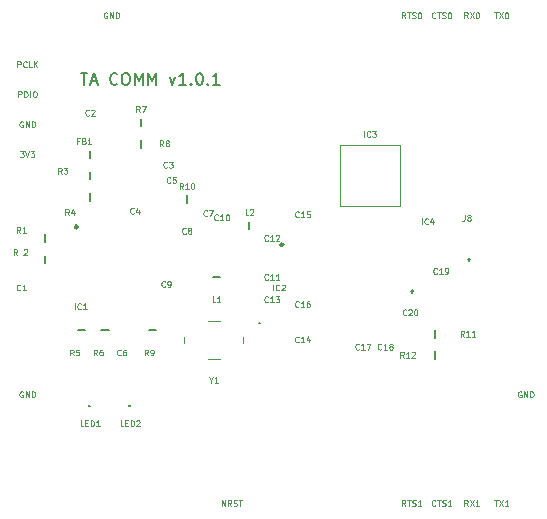
<source format=gto>
G04 #@! TF.GenerationSoftware,KiCad,Pcbnew,5.1.6-c6e7f7d~87~ubuntu18.04.1*
G04 #@! TF.CreationDate,2020-08-27T11:27:32-04:00*
G04 #@! TF.ProjectId,ta-comm,74612d63-6f6d-46d2-9e6b-696361645f70,rev?*
G04 #@! TF.SameCoordinates,Original*
G04 #@! TF.FileFunction,Legend,Top*
G04 #@! TF.FilePolarity,Positive*
%FSLAX46Y46*%
G04 Gerber Fmt 4.6, Leading zero omitted, Abs format (unit mm)*
G04 Created by KiCad (PCBNEW 5.1.6-c6e7f7d~87~ubuntu18.04.1) date 2020-08-27 11:27:32*
%MOMM*%
%LPD*%
G01*
G04 APERTURE LIST*
%ADD10C,0.200000*%
%ADD11C,0.100000*%
%ADD12C,0.250000*%
G04 APERTURE END LIST*
D10*
X138421428Y-92212380D02*
X138992857Y-92212380D01*
X138707142Y-93212380D02*
X138707142Y-92212380D01*
X139278571Y-92926666D02*
X139754761Y-92926666D01*
X139183333Y-93212380D02*
X139516666Y-92212380D01*
X139850000Y-93212380D01*
X141516666Y-93117142D02*
X141469047Y-93164761D01*
X141326190Y-93212380D01*
X141230952Y-93212380D01*
X141088095Y-93164761D01*
X140992857Y-93069523D01*
X140945238Y-92974285D01*
X140897619Y-92783809D01*
X140897619Y-92640952D01*
X140945238Y-92450476D01*
X140992857Y-92355238D01*
X141088095Y-92260000D01*
X141230952Y-92212380D01*
X141326190Y-92212380D01*
X141469047Y-92260000D01*
X141516666Y-92307619D01*
X142135714Y-92212380D02*
X142326190Y-92212380D01*
X142421428Y-92260000D01*
X142516666Y-92355238D01*
X142564285Y-92545714D01*
X142564285Y-92879047D01*
X142516666Y-93069523D01*
X142421428Y-93164761D01*
X142326190Y-93212380D01*
X142135714Y-93212380D01*
X142040476Y-93164761D01*
X141945238Y-93069523D01*
X141897619Y-92879047D01*
X141897619Y-92545714D01*
X141945238Y-92355238D01*
X142040476Y-92260000D01*
X142135714Y-92212380D01*
X142992857Y-93212380D02*
X142992857Y-92212380D01*
X143326190Y-92926666D01*
X143659523Y-92212380D01*
X143659523Y-93212380D01*
X144135714Y-93212380D02*
X144135714Y-92212380D01*
X144469047Y-92926666D01*
X144802380Y-92212380D01*
X144802380Y-93212380D01*
X145945238Y-92545714D02*
X146183333Y-93212380D01*
X146421428Y-92545714D01*
X147326190Y-93212380D02*
X146754761Y-93212380D01*
X147040476Y-93212380D02*
X147040476Y-92212380D01*
X146945238Y-92355238D01*
X146850000Y-92450476D01*
X146754761Y-92498095D01*
X147754761Y-93117142D02*
X147802380Y-93164761D01*
X147754761Y-93212380D01*
X147707142Y-93164761D01*
X147754761Y-93117142D01*
X147754761Y-93212380D01*
X148421428Y-92212380D02*
X148516666Y-92212380D01*
X148611904Y-92260000D01*
X148659523Y-92307619D01*
X148707142Y-92402857D01*
X148754761Y-92593333D01*
X148754761Y-92831428D01*
X148707142Y-93021904D01*
X148659523Y-93117142D01*
X148611904Y-93164761D01*
X148516666Y-93212380D01*
X148421428Y-93212380D01*
X148326190Y-93164761D01*
X148278571Y-93117142D01*
X148230952Y-93021904D01*
X148183333Y-92831428D01*
X148183333Y-92593333D01*
X148230952Y-92402857D01*
X148278571Y-92307619D01*
X148326190Y-92260000D01*
X148421428Y-92212380D01*
X149183333Y-93117142D02*
X149230952Y-93164761D01*
X149183333Y-93212380D01*
X149135714Y-93164761D01*
X149183333Y-93117142D01*
X149183333Y-93212380D01*
X150183333Y-93212380D02*
X149611904Y-93212380D01*
X149897619Y-93212380D02*
X149897619Y-92212380D01*
X149802380Y-92355238D01*
X149707142Y-92450476D01*
X149611904Y-92498095D01*
D11*
X175719047Y-119180000D02*
X175671428Y-119156190D01*
X175600000Y-119156190D01*
X175528571Y-119180000D01*
X175480952Y-119227619D01*
X175457142Y-119275238D01*
X175433333Y-119370476D01*
X175433333Y-119441904D01*
X175457142Y-119537142D01*
X175480952Y-119584761D01*
X175528571Y-119632380D01*
X175600000Y-119656190D01*
X175647619Y-119656190D01*
X175719047Y-119632380D01*
X175742857Y-119608571D01*
X175742857Y-119441904D01*
X175647619Y-119441904D01*
X175957142Y-119656190D02*
X175957142Y-119156190D01*
X176242857Y-119656190D01*
X176242857Y-119156190D01*
X176480952Y-119656190D02*
X176480952Y-119156190D01*
X176600000Y-119156190D01*
X176671428Y-119180000D01*
X176719047Y-119227619D01*
X176742857Y-119275238D01*
X176766666Y-119370476D01*
X176766666Y-119441904D01*
X176742857Y-119537142D01*
X176719047Y-119584761D01*
X176671428Y-119632380D01*
X176600000Y-119656190D01*
X176480952Y-119656190D01*
X133519047Y-119180000D02*
X133471428Y-119156190D01*
X133400000Y-119156190D01*
X133328571Y-119180000D01*
X133280952Y-119227619D01*
X133257142Y-119275238D01*
X133233333Y-119370476D01*
X133233333Y-119441904D01*
X133257142Y-119537142D01*
X133280952Y-119584761D01*
X133328571Y-119632380D01*
X133400000Y-119656190D01*
X133447619Y-119656190D01*
X133519047Y-119632380D01*
X133542857Y-119608571D01*
X133542857Y-119441904D01*
X133447619Y-119441904D01*
X133757142Y-119656190D02*
X133757142Y-119156190D01*
X134042857Y-119656190D01*
X134042857Y-119156190D01*
X134280952Y-119656190D02*
X134280952Y-119156190D01*
X134400000Y-119156190D01*
X134471428Y-119180000D01*
X134519047Y-119227619D01*
X134542857Y-119275238D01*
X134566666Y-119370476D01*
X134566666Y-119441904D01*
X134542857Y-119537142D01*
X134519047Y-119584761D01*
X134471428Y-119632380D01*
X134400000Y-119656190D01*
X134280952Y-119656190D01*
X170933333Y-104226190D02*
X170933333Y-104583333D01*
X170909523Y-104654761D01*
X170861904Y-104702380D01*
X170790476Y-104726190D01*
X170742857Y-104726190D01*
X171242857Y-104440476D02*
X171195238Y-104416666D01*
X171171428Y-104392857D01*
X171147619Y-104345238D01*
X171147619Y-104321428D01*
X171171428Y-104273809D01*
X171195238Y-104250000D01*
X171242857Y-104226190D01*
X171338095Y-104226190D01*
X171385714Y-104250000D01*
X171409523Y-104273809D01*
X171433333Y-104321428D01*
X171433333Y-104345238D01*
X171409523Y-104392857D01*
X171385714Y-104416666D01*
X171338095Y-104440476D01*
X171242857Y-104440476D01*
X171195238Y-104464285D01*
X171171428Y-104488095D01*
X171147619Y-104535714D01*
X171147619Y-104630952D01*
X171171428Y-104678571D01*
X171195238Y-104702380D01*
X171242857Y-104726190D01*
X171338095Y-104726190D01*
X171385714Y-104702380D01*
X171409523Y-104678571D01*
X171433333Y-104630952D01*
X171433333Y-104535714D01*
X171409523Y-104488095D01*
X171385714Y-104464285D01*
X171338095Y-104440476D01*
X168578571Y-109178571D02*
X168554761Y-109202380D01*
X168483333Y-109226190D01*
X168435714Y-109226190D01*
X168364285Y-109202380D01*
X168316666Y-109154761D01*
X168292857Y-109107142D01*
X168269047Y-109011904D01*
X168269047Y-108940476D01*
X168292857Y-108845238D01*
X168316666Y-108797619D01*
X168364285Y-108750000D01*
X168435714Y-108726190D01*
X168483333Y-108726190D01*
X168554761Y-108750000D01*
X168578571Y-108773809D01*
X169054761Y-109226190D02*
X168769047Y-109226190D01*
X168911904Y-109226190D02*
X168911904Y-108726190D01*
X168864285Y-108797619D01*
X168816666Y-108845238D01*
X168769047Y-108869047D01*
X169292857Y-109226190D02*
X169388095Y-109226190D01*
X169435714Y-109202380D01*
X169459523Y-109178571D01*
X169507142Y-109107142D01*
X169530952Y-109011904D01*
X169530952Y-108821428D01*
X169507142Y-108773809D01*
X169483333Y-108750000D01*
X169435714Y-108726190D01*
X169340476Y-108726190D01*
X169292857Y-108750000D01*
X169269047Y-108773809D01*
X169245238Y-108821428D01*
X169245238Y-108940476D01*
X169269047Y-108988095D01*
X169292857Y-109011904D01*
X169340476Y-109035714D01*
X169435714Y-109035714D01*
X169483333Y-109011904D01*
X169507142Y-108988095D01*
X169530952Y-108940476D01*
X165778571Y-116326190D02*
X165611904Y-116088095D01*
X165492857Y-116326190D02*
X165492857Y-115826190D01*
X165683333Y-115826190D01*
X165730952Y-115850000D01*
X165754761Y-115873809D01*
X165778571Y-115921428D01*
X165778571Y-115992857D01*
X165754761Y-116040476D01*
X165730952Y-116064285D01*
X165683333Y-116088095D01*
X165492857Y-116088095D01*
X166254761Y-116326190D02*
X165969047Y-116326190D01*
X166111904Y-116326190D02*
X166111904Y-115826190D01*
X166064285Y-115897619D01*
X166016666Y-115945238D01*
X165969047Y-115969047D01*
X166445238Y-115873809D02*
X166469047Y-115850000D01*
X166516666Y-115826190D01*
X166635714Y-115826190D01*
X166683333Y-115850000D01*
X166707142Y-115873809D01*
X166730952Y-115921428D01*
X166730952Y-115969047D01*
X166707142Y-116040476D01*
X166421428Y-116326190D01*
X166730952Y-116326190D01*
X170878571Y-114526190D02*
X170711904Y-114288095D01*
X170592857Y-114526190D02*
X170592857Y-114026190D01*
X170783333Y-114026190D01*
X170830952Y-114050000D01*
X170854761Y-114073809D01*
X170878571Y-114121428D01*
X170878571Y-114192857D01*
X170854761Y-114240476D01*
X170830952Y-114264285D01*
X170783333Y-114288095D01*
X170592857Y-114288095D01*
X171354761Y-114526190D02*
X171069047Y-114526190D01*
X171211904Y-114526190D02*
X171211904Y-114026190D01*
X171164285Y-114097619D01*
X171116666Y-114145238D01*
X171069047Y-114169047D01*
X171830952Y-114526190D02*
X171545238Y-114526190D01*
X171688095Y-114526190D02*
X171688095Y-114026190D01*
X171640476Y-114097619D01*
X171592857Y-114145238D01*
X171545238Y-114169047D01*
X165978571Y-112678571D02*
X165954761Y-112702380D01*
X165883333Y-112726190D01*
X165835714Y-112726190D01*
X165764285Y-112702380D01*
X165716666Y-112654761D01*
X165692857Y-112607142D01*
X165669047Y-112511904D01*
X165669047Y-112440476D01*
X165692857Y-112345238D01*
X165716666Y-112297619D01*
X165764285Y-112250000D01*
X165835714Y-112226190D01*
X165883333Y-112226190D01*
X165954761Y-112250000D01*
X165978571Y-112273809D01*
X166169047Y-112273809D02*
X166192857Y-112250000D01*
X166240476Y-112226190D01*
X166359523Y-112226190D01*
X166407142Y-112250000D01*
X166430952Y-112273809D01*
X166454761Y-112321428D01*
X166454761Y-112369047D01*
X166430952Y-112440476D01*
X166145238Y-112726190D01*
X166454761Y-112726190D01*
X166764285Y-112226190D02*
X166811904Y-112226190D01*
X166859523Y-112250000D01*
X166883333Y-112273809D01*
X166907142Y-112321428D01*
X166930952Y-112416666D01*
X166930952Y-112535714D01*
X166907142Y-112630952D01*
X166883333Y-112678571D01*
X166859523Y-112702380D01*
X166811904Y-112726190D01*
X166764285Y-112726190D01*
X166716666Y-112702380D01*
X166692857Y-112678571D01*
X166669047Y-112630952D01*
X166645238Y-112535714D01*
X166645238Y-112416666D01*
X166669047Y-112321428D01*
X166692857Y-112273809D01*
X166716666Y-112250000D01*
X166764285Y-112226190D01*
X162411904Y-97626190D02*
X162411904Y-97126190D01*
X162935714Y-97578571D02*
X162911904Y-97602380D01*
X162840476Y-97626190D01*
X162792857Y-97626190D01*
X162721428Y-97602380D01*
X162673809Y-97554761D01*
X162650000Y-97507142D01*
X162626190Y-97411904D01*
X162626190Y-97340476D01*
X162650000Y-97245238D01*
X162673809Y-97197619D01*
X162721428Y-97150000D01*
X162792857Y-97126190D01*
X162840476Y-97126190D01*
X162911904Y-97150000D01*
X162935714Y-97173809D01*
X163102380Y-97126190D02*
X163411904Y-97126190D01*
X163245238Y-97316666D01*
X163316666Y-97316666D01*
X163364285Y-97340476D01*
X163388095Y-97364285D01*
X163411904Y-97411904D01*
X163411904Y-97530952D01*
X163388095Y-97578571D01*
X163364285Y-97602380D01*
X163316666Y-97626190D01*
X163173809Y-97626190D01*
X163126190Y-97602380D01*
X163102380Y-97578571D01*
X167311904Y-105026190D02*
X167311904Y-104526190D01*
X167835714Y-104978571D02*
X167811904Y-105002380D01*
X167740476Y-105026190D01*
X167692857Y-105026190D01*
X167621428Y-105002380D01*
X167573809Y-104954761D01*
X167550000Y-104907142D01*
X167526190Y-104811904D01*
X167526190Y-104740476D01*
X167550000Y-104645238D01*
X167573809Y-104597619D01*
X167621428Y-104550000D01*
X167692857Y-104526190D01*
X167740476Y-104526190D01*
X167811904Y-104550000D01*
X167835714Y-104573809D01*
X168264285Y-104692857D02*
X168264285Y-105026190D01*
X168145238Y-104502380D02*
X168026190Y-104859523D01*
X168335714Y-104859523D01*
X163878571Y-115578571D02*
X163854761Y-115602380D01*
X163783333Y-115626190D01*
X163735714Y-115626190D01*
X163664285Y-115602380D01*
X163616666Y-115554761D01*
X163592857Y-115507142D01*
X163569047Y-115411904D01*
X163569047Y-115340476D01*
X163592857Y-115245238D01*
X163616666Y-115197619D01*
X163664285Y-115150000D01*
X163735714Y-115126190D01*
X163783333Y-115126190D01*
X163854761Y-115150000D01*
X163878571Y-115173809D01*
X164354761Y-115626190D02*
X164069047Y-115626190D01*
X164211904Y-115626190D02*
X164211904Y-115126190D01*
X164164285Y-115197619D01*
X164116666Y-115245238D01*
X164069047Y-115269047D01*
X164640476Y-115340476D02*
X164592857Y-115316666D01*
X164569047Y-115292857D01*
X164545238Y-115245238D01*
X164545238Y-115221428D01*
X164569047Y-115173809D01*
X164592857Y-115150000D01*
X164640476Y-115126190D01*
X164735714Y-115126190D01*
X164783333Y-115150000D01*
X164807142Y-115173809D01*
X164830952Y-115221428D01*
X164830952Y-115245238D01*
X164807142Y-115292857D01*
X164783333Y-115316666D01*
X164735714Y-115340476D01*
X164640476Y-115340476D01*
X164592857Y-115364285D01*
X164569047Y-115388095D01*
X164545238Y-115435714D01*
X164545238Y-115530952D01*
X164569047Y-115578571D01*
X164592857Y-115602380D01*
X164640476Y-115626190D01*
X164735714Y-115626190D01*
X164783333Y-115602380D01*
X164807142Y-115578571D01*
X164830952Y-115530952D01*
X164830952Y-115435714D01*
X164807142Y-115388095D01*
X164783333Y-115364285D01*
X164735714Y-115340476D01*
X161978571Y-115578571D02*
X161954761Y-115602380D01*
X161883333Y-115626190D01*
X161835714Y-115626190D01*
X161764285Y-115602380D01*
X161716666Y-115554761D01*
X161692857Y-115507142D01*
X161669047Y-115411904D01*
X161669047Y-115340476D01*
X161692857Y-115245238D01*
X161716666Y-115197619D01*
X161764285Y-115150000D01*
X161835714Y-115126190D01*
X161883333Y-115126190D01*
X161954761Y-115150000D01*
X161978571Y-115173809D01*
X162454761Y-115626190D02*
X162169047Y-115626190D01*
X162311904Y-115626190D02*
X162311904Y-115126190D01*
X162264285Y-115197619D01*
X162216666Y-115245238D01*
X162169047Y-115269047D01*
X162621428Y-115126190D02*
X162954761Y-115126190D01*
X162740476Y-115626190D01*
X156878571Y-114978571D02*
X156854761Y-115002380D01*
X156783333Y-115026190D01*
X156735714Y-115026190D01*
X156664285Y-115002380D01*
X156616666Y-114954761D01*
X156592857Y-114907142D01*
X156569047Y-114811904D01*
X156569047Y-114740476D01*
X156592857Y-114645238D01*
X156616666Y-114597619D01*
X156664285Y-114550000D01*
X156735714Y-114526190D01*
X156783333Y-114526190D01*
X156854761Y-114550000D01*
X156878571Y-114573809D01*
X157354761Y-115026190D02*
X157069047Y-115026190D01*
X157211904Y-115026190D02*
X157211904Y-114526190D01*
X157164285Y-114597619D01*
X157116666Y-114645238D01*
X157069047Y-114669047D01*
X157783333Y-114692857D02*
X157783333Y-115026190D01*
X157664285Y-114502380D02*
X157545238Y-114859523D01*
X157854761Y-114859523D01*
X154711904Y-110626190D02*
X154711904Y-110126190D01*
X155235714Y-110578571D02*
X155211904Y-110602380D01*
X155140476Y-110626190D01*
X155092857Y-110626190D01*
X155021428Y-110602380D01*
X154973809Y-110554761D01*
X154950000Y-110507142D01*
X154926190Y-110411904D01*
X154926190Y-110340476D01*
X154950000Y-110245238D01*
X154973809Y-110197619D01*
X155021428Y-110150000D01*
X155092857Y-110126190D01*
X155140476Y-110126190D01*
X155211904Y-110150000D01*
X155235714Y-110173809D01*
X155426190Y-110173809D02*
X155450000Y-110150000D01*
X155497619Y-110126190D01*
X155616666Y-110126190D01*
X155664285Y-110150000D01*
X155688095Y-110173809D01*
X155711904Y-110221428D01*
X155711904Y-110269047D01*
X155688095Y-110340476D01*
X155402380Y-110626190D01*
X155711904Y-110626190D01*
X156878571Y-111978571D02*
X156854761Y-112002380D01*
X156783333Y-112026190D01*
X156735714Y-112026190D01*
X156664285Y-112002380D01*
X156616666Y-111954761D01*
X156592857Y-111907142D01*
X156569047Y-111811904D01*
X156569047Y-111740476D01*
X156592857Y-111645238D01*
X156616666Y-111597619D01*
X156664285Y-111550000D01*
X156735714Y-111526190D01*
X156783333Y-111526190D01*
X156854761Y-111550000D01*
X156878571Y-111573809D01*
X157354761Y-112026190D02*
X157069047Y-112026190D01*
X157211904Y-112026190D02*
X157211904Y-111526190D01*
X157164285Y-111597619D01*
X157116666Y-111645238D01*
X157069047Y-111669047D01*
X157783333Y-111526190D02*
X157688095Y-111526190D01*
X157640476Y-111550000D01*
X157616666Y-111573809D01*
X157569047Y-111645238D01*
X157545238Y-111740476D01*
X157545238Y-111930952D01*
X157569047Y-111978571D01*
X157592857Y-112002380D01*
X157640476Y-112026190D01*
X157735714Y-112026190D01*
X157783333Y-112002380D01*
X157807142Y-111978571D01*
X157830952Y-111930952D01*
X157830952Y-111811904D01*
X157807142Y-111764285D01*
X157783333Y-111740476D01*
X157735714Y-111716666D01*
X157640476Y-111716666D01*
X157592857Y-111740476D01*
X157569047Y-111764285D01*
X157545238Y-111811904D01*
X156878571Y-104378571D02*
X156854761Y-104402380D01*
X156783333Y-104426190D01*
X156735714Y-104426190D01*
X156664285Y-104402380D01*
X156616666Y-104354761D01*
X156592857Y-104307142D01*
X156569047Y-104211904D01*
X156569047Y-104140476D01*
X156592857Y-104045238D01*
X156616666Y-103997619D01*
X156664285Y-103950000D01*
X156735714Y-103926190D01*
X156783333Y-103926190D01*
X156854761Y-103950000D01*
X156878571Y-103973809D01*
X157354761Y-104426190D02*
X157069047Y-104426190D01*
X157211904Y-104426190D02*
X157211904Y-103926190D01*
X157164285Y-103997619D01*
X157116666Y-104045238D01*
X157069047Y-104069047D01*
X157807142Y-103926190D02*
X157569047Y-103926190D01*
X157545238Y-104164285D01*
X157569047Y-104140476D01*
X157616666Y-104116666D01*
X157735714Y-104116666D01*
X157783333Y-104140476D01*
X157807142Y-104164285D01*
X157830952Y-104211904D01*
X157830952Y-104330952D01*
X157807142Y-104378571D01*
X157783333Y-104402380D01*
X157735714Y-104426190D01*
X157616666Y-104426190D01*
X157569047Y-104402380D01*
X157545238Y-104378571D01*
X152616666Y-104226190D02*
X152378571Y-104226190D01*
X152378571Y-103726190D01*
X152759523Y-103773809D02*
X152783333Y-103750000D01*
X152830952Y-103726190D01*
X152950000Y-103726190D01*
X152997619Y-103750000D01*
X153021428Y-103773809D01*
X153045238Y-103821428D01*
X153045238Y-103869047D01*
X153021428Y-103940476D01*
X152735714Y-104226190D01*
X153045238Y-104226190D01*
X154278571Y-106378571D02*
X154254761Y-106402380D01*
X154183333Y-106426190D01*
X154135714Y-106426190D01*
X154064285Y-106402380D01*
X154016666Y-106354761D01*
X153992857Y-106307142D01*
X153969047Y-106211904D01*
X153969047Y-106140476D01*
X153992857Y-106045238D01*
X154016666Y-105997619D01*
X154064285Y-105950000D01*
X154135714Y-105926190D01*
X154183333Y-105926190D01*
X154254761Y-105950000D01*
X154278571Y-105973809D01*
X154754761Y-106426190D02*
X154469047Y-106426190D01*
X154611904Y-106426190D02*
X154611904Y-105926190D01*
X154564285Y-105997619D01*
X154516666Y-106045238D01*
X154469047Y-106069047D01*
X154945238Y-105973809D02*
X154969047Y-105950000D01*
X155016666Y-105926190D01*
X155135714Y-105926190D01*
X155183333Y-105950000D01*
X155207142Y-105973809D01*
X155230952Y-106021428D01*
X155230952Y-106069047D01*
X155207142Y-106140476D01*
X154921428Y-106426190D01*
X155230952Y-106426190D01*
X154278571Y-109678571D02*
X154254761Y-109702380D01*
X154183333Y-109726190D01*
X154135714Y-109726190D01*
X154064285Y-109702380D01*
X154016666Y-109654761D01*
X153992857Y-109607142D01*
X153969047Y-109511904D01*
X153969047Y-109440476D01*
X153992857Y-109345238D01*
X154016666Y-109297619D01*
X154064285Y-109250000D01*
X154135714Y-109226190D01*
X154183333Y-109226190D01*
X154254761Y-109250000D01*
X154278571Y-109273809D01*
X154754761Y-109726190D02*
X154469047Y-109726190D01*
X154611904Y-109726190D02*
X154611904Y-109226190D01*
X154564285Y-109297619D01*
X154516666Y-109345238D01*
X154469047Y-109369047D01*
X155230952Y-109726190D02*
X154945238Y-109726190D01*
X155088095Y-109726190D02*
X155088095Y-109226190D01*
X155040476Y-109297619D01*
X154992857Y-109345238D01*
X154945238Y-109369047D01*
X154278571Y-111578571D02*
X154254761Y-111602380D01*
X154183333Y-111626190D01*
X154135714Y-111626190D01*
X154064285Y-111602380D01*
X154016666Y-111554761D01*
X153992857Y-111507142D01*
X153969047Y-111411904D01*
X153969047Y-111340476D01*
X153992857Y-111245238D01*
X154016666Y-111197619D01*
X154064285Y-111150000D01*
X154135714Y-111126190D01*
X154183333Y-111126190D01*
X154254761Y-111150000D01*
X154278571Y-111173809D01*
X154754761Y-111626190D02*
X154469047Y-111626190D01*
X154611904Y-111626190D02*
X154611904Y-111126190D01*
X154564285Y-111197619D01*
X154516666Y-111245238D01*
X154469047Y-111269047D01*
X154921428Y-111126190D02*
X155230952Y-111126190D01*
X155064285Y-111316666D01*
X155135714Y-111316666D01*
X155183333Y-111340476D01*
X155207142Y-111364285D01*
X155230952Y-111411904D01*
X155230952Y-111530952D01*
X155207142Y-111578571D01*
X155183333Y-111602380D01*
X155135714Y-111626190D01*
X154992857Y-111626190D01*
X154945238Y-111602380D01*
X154921428Y-111578571D01*
X149816666Y-111626190D02*
X149578571Y-111626190D01*
X149578571Y-111126190D01*
X150245238Y-111626190D02*
X149959523Y-111626190D01*
X150102380Y-111626190D02*
X150102380Y-111126190D01*
X150054761Y-111197619D01*
X150007142Y-111245238D01*
X149959523Y-111269047D01*
X145566666Y-110278571D02*
X145542857Y-110302380D01*
X145471428Y-110326190D01*
X145423809Y-110326190D01*
X145352380Y-110302380D01*
X145304761Y-110254761D01*
X145280952Y-110207142D01*
X145257142Y-110111904D01*
X145257142Y-110040476D01*
X145280952Y-109945238D01*
X145304761Y-109897619D01*
X145352380Y-109850000D01*
X145423809Y-109826190D01*
X145471428Y-109826190D01*
X145542857Y-109850000D01*
X145566666Y-109873809D01*
X145804761Y-110326190D02*
X145900000Y-110326190D01*
X145947619Y-110302380D01*
X145971428Y-110278571D01*
X146019047Y-110207142D01*
X146042857Y-110111904D01*
X146042857Y-109921428D01*
X146019047Y-109873809D01*
X145995238Y-109850000D01*
X145947619Y-109826190D01*
X145852380Y-109826190D01*
X145804761Y-109850000D01*
X145780952Y-109873809D01*
X145757142Y-109921428D01*
X145757142Y-110040476D01*
X145780952Y-110088095D01*
X145804761Y-110111904D01*
X145852380Y-110135714D01*
X145947619Y-110135714D01*
X145995238Y-110111904D01*
X146019047Y-110088095D01*
X146042857Y-110040476D01*
X147316666Y-105778571D02*
X147292857Y-105802380D01*
X147221428Y-105826190D01*
X147173809Y-105826190D01*
X147102380Y-105802380D01*
X147054761Y-105754761D01*
X147030952Y-105707142D01*
X147007142Y-105611904D01*
X147007142Y-105540476D01*
X147030952Y-105445238D01*
X147054761Y-105397619D01*
X147102380Y-105350000D01*
X147173809Y-105326190D01*
X147221428Y-105326190D01*
X147292857Y-105350000D01*
X147316666Y-105373809D01*
X147602380Y-105540476D02*
X147554761Y-105516666D01*
X147530952Y-105492857D01*
X147507142Y-105445238D01*
X147507142Y-105421428D01*
X147530952Y-105373809D01*
X147554761Y-105350000D01*
X147602380Y-105326190D01*
X147697619Y-105326190D01*
X147745238Y-105350000D01*
X147769047Y-105373809D01*
X147792857Y-105421428D01*
X147792857Y-105445238D01*
X147769047Y-105492857D01*
X147745238Y-105516666D01*
X147697619Y-105540476D01*
X147602380Y-105540476D01*
X147554761Y-105564285D01*
X147530952Y-105588095D01*
X147507142Y-105635714D01*
X147507142Y-105730952D01*
X147530952Y-105778571D01*
X147554761Y-105802380D01*
X147602380Y-105826190D01*
X147697619Y-105826190D01*
X147745238Y-105802380D01*
X147769047Y-105778571D01*
X147792857Y-105730952D01*
X147792857Y-105635714D01*
X147769047Y-105588095D01*
X147745238Y-105564285D01*
X147697619Y-105540476D01*
X150028571Y-104628571D02*
X150004761Y-104652380D01*
X149933333Y-104676190D01*
X149885714Y-104676190D01*
X149814285Y-104652380D01*
X149766666Y-104604761D01*
X149742857Y-104557142D01*
X149719047Y-104461904D01*
X149719047Y-104390476D01*
X149742857Y-104295238D01*
X149766666Y-104247619D01*
X149814285Y-104200000D01*
X149885714Y-104176190D01*
X149933333Y-104176190D01*
X150004761Y-104200000D01*
X150028571Y-104223809D01*
X150504761Y-104676190D02*
X150219047Y-104676190D01*
X150361904Y-104676190D02*
X150361904Y-104176190D01*
X150314285Y-104247619D01*
X150266666Y-104295238D01*
X150219047Y-104319047D01*
X150814285Y-104176190D02*
X150861904Y-104176190D01*
X150909523Y-104200000D01*
X150933333Y-104223809D01*
X150957142Y-104271428D01*
X150980952Y-104366666D01*
X150980952Y-104485714D01*
X150957142Y-104580952D01*
X150933333Y-104628571D01*
X150909523Y-104652380D01*
X150861904Y-104676190D01*
X150814285Y-104676190D01*
X150766666Y-104652380D01*
X150742857Y-104628571D01*
X150719047Y-104580952D01*
X150695238Y-104485714D01*
X150695238Y-104366666D01*
X150719047Y-104271428D01*
X150742857Y-104223809D01*
X150766666Y-104200000D01*
X150814285Y-104176190D01*
X149116666Y-104278571D02*
X149092857Y-104302380D01*
X149021428Y-104326190D01*
X148973809Y-104326190D01*
X148902380Y-104302380D01*
X148854761Y-104254761D01*
X148830952Y-104207142D01*
X148807142Y-104111904D01*
X148807142Y-104040476D01*
X148830952Y-103945238D01*
X148854761Y-103897619D01*
X148902380Y-103850000D01*
X148973809Y-103826190D01*
X149021428Y-103826190D01*
X149092857Y-103850000D01*
X149116666Y-103873809D01*
X149283333Y-103826190D02*
X149616666Y-103826190D01*
X149402380Y-104326190D01*
X149461904Y-118188095D02*
X149461904Y-118426190D01*
X149295238Y-117926190D02*
X149461904Y-118188095D01*
X149628571Y-117926190D01*
X150057142Y-118426190D02*
X149771428Y-118426190D01*
X149914285Y-118426190D02*
X149914285Y-117926190D01*
X149866666Y-117997619D01*
X149819047Y-118045238D01*
X149771428Y-118069047D01*
X144116666Y-116126190D02*
X143950000Y-115888095D01*
X143830952Y-116126190D02*
X143830952Y-115626190D01*
X144021428Y-115626190D01*
X144069047Y-115650000D01*
X144092857Y-115673809D01*
X144116666Y-115721428D01*
X144116666Y-115792857D01*
X144092857Y-115840476D01*
X144069047Y-115864285D01*
X144021428Y-115888095D01*
X143830952Y-115888095D01*
X144354761Y-116126190D02*
X144450000Y-116126190D01*
X144497619Y-116102380D01*
X144521428Y-116078571D01*
X144569047Y-116007142D01*
X144592857Y-115911904D01*
X144592857Y-115721428D01*
X144569047Y-115673809D01*
X144545238Y-115650000D01*
X144497619Y-115626190D01*
X144402380Y-115626190D01*
X144354761Y-115650000D01*
X144330952Y-115673809D01*
X144307142Y-115721428D01*
X144307142Y-115840476D01*
X144330952Y-115888095D01*
X144354761Y-115911904D01*
X144402380Y-115935714D01*
X144497619Y-115935714D01*
X144545238Y-115911904D01*
X144569047Y-115888095D01*
X144592857Y-115840476D01*
X139816666Y-116126190D02*
X139650000Y-115888095D01*
X139530952Y-116126190D02*
X139530952Y-115626190D01*
X139721428Y-115626190D01*
X139769047Y-115650000D01*
X139792857Y-115673809D01*
X139816666Y-115721428D01*
X139816666Y-115792857D01*
X139792857Y-115840476D01*
X139769047Y-115864285D01*
X139721428Y-115888095D01*
X139530952Y-115888095D01*
X140245238Y-115626190D02*
X140150000Y-115626190D01*
X140102380Y-115650000D01*
X140078571Y-115673809D01*
X140030952Y-115745238D01*
X140007142Y-115840476D01*
X140007142Y-116030952D01*
X140030952Y-116078571D01*
X140054761Y-116102380D01*
X140102380Y-116126190D01*
X140197619Y-116126190D01*
X140245238Y-116102380D01*
X140269047Y-116078571D01*
X140292857Y-116030952D01*
X140292857Y-115911904D01*
X140269047Y-115864285D01*
X140245238Y-115840476D01*
X140197619Y-115816666D01*
X140102380Y-115816666D01*
X140054761Y-115840476D01*
X140030952Y-115864285D01*
X140007142Y-115911904D01*
X141816666Y-116078571D02*
X141792857Y-116102380D01*
X141721428Y-116126190D01*
X141673809Y-116126190D01*
X141602380Y-116102380D01*
X141554761Y-116054761D01*
X141530952Y-116007142D01*
X141507142Y-115911904D01*
X141507142Y-115840476D01*
X141530952Y-115745238D01*
X141554761Y-115697619D01*
X141602380Y-115650000D01*
X141673809Y-115626190D01*
X141721428Y-115626190D01*
X141792857Y-115650000D01*
X141816666Y-115673809D01*
X142245238Y-115626190D02*
X142150000Y-115626190D01*
X142102380Y-115650000D01*
X142078571Y-115673809D01*
X142030952Y-115745238D01*
X142007142Y-115840476D01*
X142007142Y-116030952D01*
X142030952Y-116078571D01*
X142054761Y-116102380D01*
X142102380Y-116126190D01*
X142197619Y-116126190D01*
X142245238Y-116102380D01*
X142269047Y-116078571D01*
X142292857Y-116030952D01*
X142292857Y-115911904D01*
X142269047Y-115864285D01*
X142245238Y-115840476D01*
X142197619Y-115816666D01*
X142102380Y-115816666D01*
X142054761Y-115840476D01*
X142030952Y-115864285D01*
X142007142Y-115911904D01*
X137816666Y-116126190D02*
X137650000Y-115888095D01*
X137530952Y-116126190D02*
X137530952Y-115626190D01*
X137721428Y-115626190D01*
X137769047Y-115650000D01*
X137792857Y-115673809D01*
X137816666Y-115721428D01*
X137816666Y-115792857D01*
X137792857Y-115840476D01*
X137769047Y-115864285D01*
X137721428Y-115888095D01*
X137530952Y-115888095D01*
X138269047Y-115626190D02*
X138030952Y-115626190D01*
X138007142Y-115864285D01*
X138030952Y-115840476D01*
X138078571Y-115816666D01*
X138197619Y-115816666D01*
X138245238Y-115840476D01*
X138269047Y-115864285D01*
X138292857Y-115911904D01*
X138292857Y-116030952D01*
X138269047Y-116078571D01*
X138245238Y-116102380D01*
X138197619Y-116126190D01*
X138078571Y-116126190D01*
X138030952Y-116102380D01*
X138007142Y-116078571D01*
X137911904Y-112226190D02*
X137911904Y-111726190D01*
X138435714Y-112178571D02*
X138411904Y-112202380D01*
X138340476Y-112226190D01*
X138292857Y-112226190D01*
X138221428Y-112202380D01*
X138173809Y-112154761D01*
X138150000Y-112107142D01*
X138126190Y-112011904D01*
X138126190Y-111940476D01*
X138150000Y-111845238D01*
X138173809Y-111797619D01*
X138221428Y-111750000D01*
X138292857Y-111726190D01*
X138340476Y-111726190D01*
X138411904Y-111750000D01*
X138435714Y-111773809D01*
X138911904Y-112226190D02*
X138626190Y-112226190D01*
X138769047Y-112226190D02*
X138769047Y-111726190D01*
X138721428Y-111797619D01*
X138673809Y-111845238D01*
X138626190Y-111869047D01*
X142916666Y-104078571D02*
X142892857Y-104102380D01*
X142821428Y-104126190D01*
X142773809Y-104126190D01*
X142702380Y-104102380D01*
X142654761Y-104054761D01*
X142630952Y-104007142D01*
X142607142Y-103911904D01*
X142607142Y-103840476D01*
X142630952Y-103745238D01*
X142654761Y-103697619D01*
X142702380Y-103650000D01*
X142773809Y-103626190D01*
X142821428Y-103626190D01*
X142892857Y-103650000D01*
X142916666Y-103673809D01*
X143345238Y-103792857D02*
X143345238Y-104126190D01*
X143226190Y-103602380D02*
X143107142Y-103959523D01*
X143416666Y-103959523D01*
X147078571Y-102026190D02*
X146911904Y-101788095D01*
X146792857Y-102026190D02*
X146792857Y-101526190D01*
X146983333Y-101526190D01*
X147030952Y-101550000D01*
X147054761Y-101573809D01*
X147078571Y-101621428D01*
X147078571Y-101692857D01*
X147054761Y-101740476D01*
X147030952Y-101764285D01*
X146983333Y-101788095D01*
X146792857Y-101788095D01*
X147554761Y-102026190D02*
X147269047Y-102026190D01*
X147411904Y-102026190D02*
X147411904Y-101526190D01*
X147364285Y-101597619D01*
X147316666Y-101645238D01*
X147269047Y-101669047D01*
X147864285Y-101526190D02*
X147911904Y-101526190D01*
X147959523Y-101550000D01*
X147983333Y-101573809D01*
X148007142Y-101621428D01*
X148030952Y-101716666D01*
X148030952Y-101835714D01*
X148007142Y-101930952D01*
X147983333Y-101978571D01*
X147959523Y-102002380D01*
X147911904Y-102026190D01*
X147864285Y-102026190D01*
X147816666Y-102002380D01*
X147792857Y-101978571D01*
X147769047Y-101930952D01*
X147745238Y-101835714D01*
X147745238Y-101716666D01*
X147769047Y-101621428D01*
X147792857Y-101573809D01*
X147816666Y-101550000D01*
X147864285Y-101526190D01*
X146016666Y-101478571D02*
X145992857Y-101502380D01*
X145921428Y-101526190D01*
X145873809Y-101526190D01*
X145802380Y-101502380D01*
X145754761Y-101454761D01*
X145730952Y-101407142D01*
X145707142Y-101311904D01*
X145707142Y-101240476D01*
X145730952Y-101145238D01*
X145754761Y-101097619D01*
X145802380Y-101050000D01*
X145873809Y-101026190D01*
X145921428Y-101026190D01*
X145992857Y-101050000D01*
X146016666Y-101073809D01*
X146469047Y-101026190D02*
X146230952Y-101026190D01*
X146207142Y-101264285D01*
X146230952Y-101240476D01*
X146278571Y-101216666D01*
X146397619Y-101216666D01*
X146445238Y-101240476D01*
X146469047Y-101264285D01*
X146492857Y-101311904D01*
X146492857Y-101430952D01*
X146469047Y-101478571D01*
X146445238Y-101502380D01*
X146397619Y-101526190D01*
X146278571Y-101526190D01*
X146230952Y-101502380D01*
X146207142Y-101478571D01*
X145716666Y-100178571D02*
X145692857Y-100202380D01*
X145621428Y-100226190D01*
X145573809Y-100226190D01*
X145502380Y-100202380D01*
X145454761Y-100154761D01*
X145430952Y-100107142D01*
X145407142Y-100011904D01*
X145407142Y-99940476D01*
X145430952Y-99845238D01*
X145454761Y-99797619D01*
X145502380Y-99750000D01*
X145573809Y-99726190D01*
X145621428Y-99726190D01*
X145692857Y-99750000D01*
X145716666Y-99773809D01*
X145883333Y-99726190D02*
X146192857Y-99726190D01*
X146026190Y-99916666D01*
X146097619Y-99916666D01*
X146145238Y-99940476D01*
X146169047Y-99964285D01*
X146192857Y-100011904D01*
X146192857Y-100130952D01*
X146169047Y-100178571D01*
X146145238Y-100202380D01*
X146097619Y-100226190D01*
X145954761Y-100226190D01*
X145907142Y-100202380D01*
X145883333Y-100178571D01*
X145416666Y-98426190D02*
X145250000Y-98188095D01*
X145130952Y-98426190D02*
X145130952Y-97926190D01*
X145321428Y-97926190D01*
X145369047Y-97950000D01*
X145392857Y-97973809D01*
X145416666Y-98021428D01*
X145416666Y-98092857D01*
X145392857Y-98140476D01*
X145369047Y-98164285D01*
X145321428Y-98188095D01*
X145130952Y-98188095D01*
X145702380Y-98140476D02*
X145654761Y-98116666D01*
X145630952Y-98092857D01*
X145607142Y-98045238D01*
X145607142Y-98021428D01*
X145630952Y-97973809D01*
X145654761Y-97950000D01*
X145702380Y-97926190D01*
X145797619Y-97926190D01*
X145845238Y-97950000D01*
X145869047Y-97973809D01*
X145892857Y-98021428D01*
X145892857Y-98045238D01*
X145869047Y-98092857D01*
X145845238Y-98116666D01*
X145797619Y-98140476D01*
X145702380Y-98140476D01*
X145654761Y-98164285D01*
X145630952Y-98188095D01*
X145607142Y-98235714D01*
X145607142Y-98330952D01*
X145630952Y-98378571D01*
X145654761Y-98402380D01*
X145702380Y-98426190D01*
X145797619Y-98426190D01*
X145845238Y-98402380D01*
X145869047Y-98378571D01*
X145892857Y-98330952D01*
X145892857Y-98235714D01*
X145869047Y-98188095D01*
X145845238Y-98164285D01*
X145797619Y-98140476D01*
X143416666Y-95526190D02*
X143250000Y-95288095D01*
X143130952Y-95526190D02*
X143130952Y-95026190D01*
X143321428Y-95026190D01*
X143369047Y-95050000D01*
X143392857Y-95073809D01*
X143416666Y-95121428D01*
X143416666Y-95192857D01*
X143392857Y-95240476D01*
X143369047Y-95264285D01*
X143321428Y-95288095D01*
X143130952Y-95288095D01*
X143583333Y-95026190D02*
X143916666Y-95026190D01*
X143702380Y-95526190D01*
X137416666Y-104226190D02*
X137250000Y-103988095D01*
X137130952Y-104226190D02*
X137130952Y-103726190D01*
X137321428Y-103726190D01*
X137369047Y-103750000D01*
X137392857Y-103773809D01*
X137416666Y-103821428D01*
X137416666Y-103892857D01*
X137392857Y-103940476D01*
X137369047Y-103964285D01*
X137321428Y-103988095D01*
X137130952Y-103988095D01*
X137845238Y-103892857D02*
X137845238Y-104226190D01*
X137726190Y-103702380D02*
X137607142Y-104059523D01*
X137916666Y-104059523D01*
X136816666Y-100726190D02*
X136650000Y-100488095D01*
X136530952Y-100726190D02*
X136530952Y-100226190D01*
X136721428Y-100226190D01*
X136769047Y-100250000D01*
X136792857Y-100273809D01*
X136816666Y-100321428D01*
X136816666Y-100392857D01*
X136792857Y-100440476D01*
X136769047Y-100464285D01*
X136721428Y-100488095D01*
X136530952Y-100488095D01*
X136983333Y-100226190D02*
X137292857Y-100226190D01*
X137126190Y-100416666D01*
X137197619Y-100416666D01*
X137245238Y-100440476D01*
X137269047Y-100464285D01*
X137292857Y-100511904D01*
X137292857Y-100630952D01*
X137269047Y-100678571D01*
X137245238Y-100702380D01*
X137197619Y-100726190D01*
X137054761Y-100726190D01*
X137007142Y-100702380D01*
X136983333Y-100678571D01*
X139116666Y-95778571D02*
X139092857Y-95802380D01*
X139021428Y-95826190D01*
X138973809Y-95826190D01*
X138902380Y-95802380D01*
X138854761Y-95754761D01*
X138830952Y-95707142D01*
X138807142Y-95611904D01*
X138807142Y-95540476D01*
X138830952Y-95445238D01*
X138854761Y-95397619D01*
X138902380Y-95350000D01*
X138973809Y-95326190D01*
X139021428Y-95326190D01*
X139092857Y-95350000D01*
X139116666Y-95373809D01*
X139307142Y-95373809D02*
X139330952Y-95350000D01*
X139378571Y-95326190D01*
X139497619Y-95326190D01*
X139545238Y-95350000D01*
X139569047Y-95373809D01*
X139592857Y-95421428D01*
X139592857Y-95469047D01*
X139569047Y-95540476D01*
X139283333Y-95826190D01*
X139592857Y-95826190D01*
X140649047Y-87100000D02*
X140601428Y-87076190D01*
X140530000Y-87076190D01*
X140458571Y-87100000D01*
X140410952Y-87147619D01*
X140387142Y-87195238D01*
X140363333Y-87290476D01*
X140363333Y-87361904D01*
X140387142Y-87457142D01*
X140410952Y-87504761D01*
X140458571Y-87552380D01*
X140530000Y-87576190D01*
X140577619Y-87576190D01*
X140649047Y-87552380D01*
X140672857Y-87528571D01*
X140672857Y-87361904D01*
X140577619Y-87361904D01*
X140887142Y-87576190D02*
X140887142Y-87076190D01*
X141172857Y-87576190D01*
X141172857Y-87076190D01*
X141410952Y-87576190D02*
X141410952Y-87076190D01*
X141530000Y-87076190D01*
X141601428Y-87100000D01*
X141649047Y-87147619D01*
X141672857Y-87195238D01*
X141696666Y-87290476D01*
X141696666Y-87361904D01*
X141672857Y-87457142D01*
X141649047Y-87504761D01*
X141601428Y-87552380D01*
X141530000Y-87576190D01*
X141410952Y-87576190D01*
X173430952Y-87076190D02*
X173716666Y-87076190D01*
X173573809Y-87576190D02*
X173573809Y-87076190D01*
X173835714Y-87076190D02*
X174169047Y-87576190D01*
X174169047Y-87076190D02*
X173835714Y-87576190D01*
X174454761Y-87076190D02*
X174502380Y-87076190D01*
X174550000Y-87100000D01*
X174573809Y-87123809D01*
X174597619Y-87171428D01*
X174621428Y-87266666D01*
X174621428Y-87385714D01*
X174597619Y-87480952D01*
X174573809Y-87528571D01*
X174550000Y-87552380D01*
X174502380Y-87576190D01*
X174454761Y-87576190D01*
X174407142Y-87552380D01*
X174383333Y-87528571D01*
X174359523Y-87480952D01*
X174335714Y-87385714D01*
X174335714Y-87266666D01*
X174359523Y-87171428D01*
X174383333Y-87123809D01*
X174407142Y-87100000D01*
X174454761Y-87076190D01*
X171188571Y-87576190D02*
X171021904Y-87338095D01*
X170902857Y-87576190D02*
X170902857Y-87076190D01*
X171093333Y-87076190D01*
X171140952Y-87100000D01*
X171164761Y-87123809D01*
X171188571Y-87171428D01*
X171188571Y-87242857D01*
X171164761Y-87290476D01*
X171140952Y-87314285D01*
X171093333Y-87338095D01*
X170902857Y-87338095D01*
X171355238Y-87076190D02*
X171688571Y-87576190D01*
X171688571Y-87076190D02*
X171355238Y-87576190D01*
X171974285Y-87076190D02*
X172021904Y-87076190D01*
X172069523Y-87100000D01*
X172093333Y-87123809D01*
X172117142Y-87171428D01*
X172140952Y-87266666D01*
X172140952Y-87385714D01*
X172117142Y-87480952D01*
X172093333Y-87528571D01*
X172069523Y-87552380D01*
X172021904Y-87576190D01*
X171974285Y-87576190D01*
X171926666Y-87552380D01*
X171902857Y-87528571D01*
X171879047Y-87480952D01*
X171855238Y-87385714D01*
X171855238Y-87266666D01*
X171879047Y-87171428D01*
X171902857Y-87123809D01*
X171926666Y-87100000D01*
X171974285Y-87076190D01*
X168458095Y-87528571D02*
X168434285Y-87552380D01*
X168362857Y-87576190D01*
X168315238Y-87576190D01*
X168243809Y-87552380D01*
X168196190Y-87504761D01*
X168172380Y-87457142D01*
X168148571Y-87361904D01*
X168148571Y-87290476D01*
X168172380Y-87195238D01*
X168196190Y-87147619D01*
X168243809Y-87100000D01*
X168315238Y-87076190D01*
X168362857Y-87076190D01*
X168434285Y-87100000D01*
X168458095Y-87123809D01*
X168600952Y-87076190D02*
X168886666Y-87076190D01*
X168743809Y-87576190D02*
X168743809Y-87076190D01*
X169029523Y-87552380D02*
X169100952Y-87576190D01*
X169220000Y-87576190D01*
X169267619Y-87552380D01*
X169291428Y-87528571D01*
X169315238Y-87480952D01*
X169315238Y-87433333D01*
X169291428Y-87385714D01*
X169267619Y-87361904D01*
X169220000Y-87338095D01*
X169124761Y-87314285D01*
X169077142Y-87290476D01*
X169053333Y-87266666D01*
X169029523Y-87219047D01*
X169029523Y-87171428D01*
X169053333Y-87123809D01*
X169077142Y-87100000D01*
X169124761Y-87076190D01*
X169243809Y-87076190D01*
X169315238Y-87100000D01*
X169624761Y-87076190D02*
X169672380Y-87076190D01*
X169720000Y-87100000D01*
X169743809Y-87123809D01*
X169767619Y-87171428D01*
X169791428Y-87266666D01*
X169791428Y-87385714D01*
X169767619Y-87480952D01*
X169743809Y-87528571D01*
X169720000Y-87552380D01*
X169672380Y-87576190D01*
X169624761Y-87576190D01*
X169577142Y-87552380D01*
X169553333Y-87528571D01*
X169529523Y-87480952D01*
X169505714Y-87385714D01*
X169505714Y-87266666D01*
X169529523Y-87171428D01*
X169553333Y-87123809D01*
X169577142Y-87100000D01*
X169624761Y-87076190D01*
X165918095Y-87576190D02*
X165751428Y-87338095D01*
X165632380Y-87576190D02*
X165632380Y-87076190D01*
X165822857Y-87076190D01*
X165870476Y-87100000D01*
X165894285Y-87123809D01*
X165918095Y-87171428D01*
X165918095Y-87242857D01*
X165894285Y-87290476D01*
X165870476Y-87314285D01*
X165822857Y-87338095D01*
X165632380Y-87338095D01*
X166060952Y-87076190D02*
X166346666Y-87076190D01*
X166203809Y-87576190D02*
X166203809Y-87076190D01*
X166489523Y-87552380D02*
X166560952Y-87576190D01*
X166680000Y-87576190D01*
X166727619Y-87552380D01*
X166751428Y-87528571D01*
X166775238Y-87480952D01*
X166775238Y-87433333D01*
X166751428Y-87385714D01*
X166727619Y-87361904D01*
X166680000Y-87338095D01*
X166584761Y-87314285D01*
X166537142Y-87290476D01*
X166513333Y-87266666D01*
X166489523Y-87219047D01*
X166489523Y-87171428D01*
X166513333Y-87123809D01*
X166537142Y-87100000D01*
X166584761Y-87076190D01*
X166703809Y-87076190D01*
X166775238Y-87100000D01*
X167084761Y-87076190D02*
X167132380Y-87076190D01*
X167180000Y-87100000D01*
X167203809Y-87123809D01*
X167227619Y-87171428D01*
X167251428Y-87266666D01*
X167251428Y-87385714D01*
X167227619Y-87480952D01*
X167203809Y-87528571D01*
X167180000Y-87552380D01*
X167132380Y-87576190D01*
X167084761Y-87576190D01*
X167037142Y-87552380D01*
X167013333Y-87528571D01*
X166989523Y-87480952D01*
X166965714Y-87385714D01*
X166965714Y-87266666D01*
X166989523Y-87171428D01*
X167013333Y-87123809D01*
X167037142Y-87100000D01*
X167084761Y-87076190D01*
X173430952Y-128376190D02*
X173716666Y-128376190D01*
X173573809Y-128876190D02*
X173573809Y-128376190D01*
X173835714Y-128376190D02*
X174169047Y-128876190D01*
X174169047Y-128376190D02*
X173835714Y-128876190D01*
X174621428Y-128876190D02*
X174335714Y-128876190D01*
X174478571Y-128876190D02*
X174478571Y-128376190D01*
X174430952Y-128447619D01*
X174383333Y-128495238D01*
X174335714Y-128519047D01*
X171188571Y-128876190D02*
X171021904Y-128638095D01*
X170902857Y-128876190D02*
X170902857Y-128376190D01*
X171093333Y-128376190D01*
X171140952Y-128400000D01*
X171164761Y-128423809D01*
X171188571Y-128471428D01*
X171188571Y-128542857D01*
X171164761Y-128590476D01*
X171140952Y-128614285D01*
X171093333Y-128638095D01*
X170902857Y-128638095D01*
X171355238Y-128376190D02*
X171688571Y-128876190D01*
X171688571Y-128376190D02*
X171355238Y-128876190D01*
X172140952Y-128876190D02*
X171855238Y-128876190D01*
X171998095Y-128876190D02*
X171998095Y-128376190D01*
X171950476Y-128447619D01*
X171902857Y-128495238D01*
X171855238Y-128519047D01*
X168458095Y-128828571D02*
X168434285Y-128852380D01*
X168362857Y-128876190D01*
X168315238Y-128876190D01*
X168243809Y-128852380D01*
X168196190Y-128804761D01*
X168172380Y-128757142D01*
X168148571Y-128661904D01*
X168148571Y-128590476D01*
X168172380Y-128495238D01*
X168196190Y-128447619D01*
X168243809Y-128400000D01*
X168315238Y-128376190D01*
X168362857Y-128376190D01*
X168434285Y-128400000D01*
X168458095Y-128423809D01*
X168600952Y-128376190D02*
X168886666Y-128376190D01*
X168743809Y-128876190D02*
X168743809Y-128376190D01*
X169029523Y-128852380D02*
X169100952Y-128876190D01*
X169220000Y-128876190D01*
X169267619Y-128852380D01*
X169291428Y-128828571D01*
X169315238Y-128780952D01*
X169315238Y-128733333D01*
X169291428Y-128685714D01*
X169267619Y-128661904D01*
X169220000Y-128638095D01*
X169124761Y-128614285D01*
X169077142Y-128590476D01*
X169053333Y-128566666D01*
X169029523Y-128519047D01*
X169029523Y-128471428D01*
X169053333Y-128423809D01*
X169077142Y-128400000D01*
X169124761Y-128376190D01*
X169243809Y-128376190D01*
X169315238Y-128400000D01*
X169791428Y-128876190D02*
X169505714Y-128876190D01*
X169648571Y-128876190D02*
X169648571Y-128376190D01*
X169600952Y-128447619D01*
X169553333Y-128495238D01*
X169505714Y-128519047D01*
X165918095Y-128876190D02*
X165751428Y-128638095D01*
X165632380Y-128876190D02*
X165632380Y-128376190D01*
X165822857Y-128376190D01*
X165870476Y-128400000D01*
X165894285Y-128423809D01*
X165918095Y-128471428D01*
X165918095Y-128542857D01*
X165894285Y-128590476D01*
X165870476Y-128614285D01*
X165822857Y-128638095D01*
X165632380Y-128638095D01*
X166060952Y-128376190D02*
X166346666Y-128376190D01*
X166203809Y-128876190D02*
X166203809Y-128376190D01*
X166489523Y-128852380D02*
X166560952Y-128876190D01*
X166680000Y-128876190D01*
X166727619Y-128852380D01*
X166751428Y-128828571D01*
X166775238Y-128780952D01*
X166775238Y-128733333D01*
X166751428Y-128685714D01*
X166727619Y-128661904D01*
X166680000Y-128638095D01*
X166584761Y-128614285D01*
X166537142Y-128590476D01*
X166513333Y-128566666D01*
X166489523Y-128519047D01*
X166489523Y-128471428D01*
X166513333Y-128423809D01*
X166537142Y-128400000D01*
X166584761Y-128376190D01*
X166703809Y-128376190D01*
X166775238Y-128400000D01*
X167251428Y-128876190D02*
X166965714Y-128876190D01*
X167108571Y-128876190D02*
X167108571Y-128376190D01*
X167060952Y-128447619D01*
X167013333Y-128495238D01*
X166965714Y-128519047D01*
X138283333Y-97964285D02*
X138116666Y-97964285D01*
X138116666Y-98226190D02*
X138116666Y-97726190D01*
X138354761Y-97726190D01*
X138711904Y-97964285D02*
X138783333Y-97988095D01*
X138807142Y-98011904D01*
X138830952Y-98059523D01*
X138830952Y-98130952D01*
X138807142Y-98178571D01*
X138783333Y-98202380D01*
X138735714Y-98226190D01*
X138545238Y-98226190D01*
X138545238Y-97726190D01*
X138711904Y-97726190D01*
X138759523Y-97750000D01*
X138783333Y-97773809D01*
X138807142Y-97821428D01*
X138807142Y-97869047D01*
X138783333Y-97916666D01*
X138759523Y-97940476D01*
X138711904Y-97964285D01*
X138545238Y-97964285D01*
X139307142Y-98226190D02*
X139021428Y-98226190D01*
X139164285Y-98226190D02*
X139164285Y-97726190D01*
X139116666Y-97797619D01*
X139069047Y-97845238D01*
X139021428Y-97869047D01*
X150368571Y-128876190D02*
X150368571Y-128376190D01*
X150654285Y-128876190D01*
X150654285Y-128376190D01*
X151178095Y-128876190D02*
X151011428Y-128638095D01*
X150892380Y-128876190D02*
X150892380Y-128376190D01*
X151082857Y-128376190D01*
X151130476Y-128400000D01*
X151154285Y-128423809D01*
X151178095Y-128471428D01*
X151178095Y-128542857D01*
X151154285Y-128590476D01*
X151130476Y-128614285D01*
X151082857Y-128638095D01*
X150892380Y-128638095D01*
X151368571Y-128852380D02*
X151440000Y-128876190D01*
X151559047Y-128876190D01*
X151606666Y-128852380D01*
X151630476Y-128828571D01*
X151654285Y-128780952D01*
X151654285Y-128733333D01*
X151630476Y-128685714D01*
X151606666Y-128661904D01*
X151559047Y-128638095D01*
X151463809Y-128614285D01*
X151416190Y-128590476D01*
X151392380Y-128566666D01*
X151368571Y-128519047D01*
X151368571Y-128471428D01*
X151392380Y-128423809D01*
X151416190Y-128400000D01*
X151463809Y-128376190D01*
X151582857Y-128376190D01*
X151654285Y-128400000D01*
X151797142Y-128376190D02*
X152082857Y-128376190D01*
X151940000Y-128876190D02*
X151940000Y-128376190D01*
X142040476Y-122126190D02*
X141802380Y-122126190D01*
X141802380Y-121626190D01*
X142207142Y-121864285D02*
X142373809Y-121864285D01*
X142445238Y-122126190D02*
X142207142Y-122126190D01*
X142207142Y-121626190D01*
X142445238Y-121626190D01*
X142659523Y-122126190D02*
X142659523Y-121626190D01*
X142778571Y-121626190D01*
X142850000Y-121650000D01*
X142897619Y-121697619D01*
X142921428Y-121745238D01*
X142945238Y-121840476D01*
X142945238Y-121911904D01*
X142921428Y-122007142D01*
X142897619Y-122054761D01*
X142850000Y-122102380D01*
X142778571Y-122126190D01*
X142659523Y-122126190D01*
X143135714Y-121673809D02*
X143159523Y-121650000D01*
X143207142Y-121626190D01*
X143326190Y-121626190D01*
X143373809Y-121650000D01*
X143397619Y-121673809D01*
X143421428Y-121721428D01*
X143421428Y-121769047D01*
X143397619Y-121840476D01*
X143111904Y-122126190D01*
X143421428Y-122126190D01*
X138640476Y-122126190D02*
X138402380Y-122126190D01*
X138402380Y-121626190D01*
X138807142Y-121864285D02*
X138973809Y-121864285D01*
X139045238Y-122126190D02*
X138807142Y-122126190D01*
X138807142Y-121626190D01*
X139045238Y-121626190D01*
X139259523Y-122126190D02*
X139259523Y-121626190D01*
X139378571Y-121626190D01*
X139450000Y-121650000D01*
X139497619Y-121697619D01*
X139521428Y-121745238D01*
X139545238Y-121840476D01*
X139545238Y-121911904D01*
X139521428Y-122007142D01*
X139497619Y-122054761D01*
X139450000Y-122102380D01*
X139378571Y-122126190D01*
X139259523Y-122126190D01*
X140021428Y-122126190D02*
X139735714Y-122126190D01*
X139878571Y-122126190D02*
X139878571Y-121626190D01*
X139830952Y-121697619D01*
X139783333Y-121745238D01*
X139735714Y-121769047D01*
X133316666Y-110578571D02*
X133292857Y-110602380D01*
X133221428Y-110626190D01*
X133173809Y-110626190D01*
X133102380Y-110602380D01*
X133054761Y-110554761D01*
X133030952Y-110507142D01*
X133007142Y-110411904D01*
X133007142Y-110340476D01*
X133030952Y-110245238D01*
X133054761Y-110197619D01*
X133102380Y-110150000D01*
X133173809Y-110126190D01*
X133221428Y-110126190D01*
X133292857Y-110150000D01*
X133316666Y-110173809D01*
X133792857Y-110626190D02*
X133507142Y-110626190D01*
X133650000Y-110626190D02*
X133650000Y-110126190D01*
X133602380Y-110197619D01*
X133554761Y-110245238D01*
X133507142Y-110269047D01*
X133026190Y-107626190D02*
X132859523Y-107388095D01*
X132740476Y-107626190D02*
X132740476Y-107126190D01*
X132930952Y-107126190D01*
X132978571Y-107150000D01*
X133002380Y-107173809D01*
X133026190Y-107221428D01*
X133026190Y-107292857D01*
X133002380Y-107340476D01*
X132978571Y-107364285D01*
X132930952Y-107388095D01*
X132740476Y-107388095D01*
X133597619Y-107173809D02*
X133621428Y-107150000D01*
X133669047Y-107126190D01*
X133788095Y-107126190D01*
X133835714Y-107150000D01*
X133859523Y-107173809D01*
X133883333Y-107221428D01*
X133883333Y-107269047D01*
X133859523Y-107340476D01*
X133573809Y-107626190D01*
X133883333Y-107626190D01*
X133316666Y-105726190D02*
X133150000Y-105488095D01*
X133030952Y-105726190D02*
X133030952Y-105226190D01*
X133221428Y-105226190D01*
X133269047Y-105250000D01*
X133292857Y-105273809D01*
X133316666Y-105321428D01*
X133316666Y-105392857D01*
X133292857Y-105440476D01*
X133269047Y-105464285D01*
X133221428Y-105488095D01*
X133030952Y-105488095D01*
X133792857Y-105726190D02*
X133507142Y-105726190D01*
X133650000Y-105726190D02*
X133650000Y-105226190D01*
X133602380Y-105297619D01*
X133554761Y-105345238D01*
X133507142Y-105369047D01*
X133280952Y-98836190D02*
X133590476Y-98836190D01*
X133423809Y-99026666D01*
X133495238Y-99026666D01*
X133542857Y-99050476D01*
X133566666Y-99074285D01*
X133590476Y-99121904D01*
X133590476Y-99240952D01*
X133566666Y-99288571D01*
X133542857Y-99312380D01*
X133495238Y-99336190D01*
X133352380Y-99336190D01*
X133304761Y-99312380D01*
X133280952Y-99288571D01*
X133733333Y-98836190D02*
X133900000Y-99336190D01*
X134066666Y-98836190D01*
X134185714Y-98836190D02*
X134495238Y-98836190D01*
X134328571Y-99026666D01*
X134400000Y-99026666D01*
X134447619Y-99050476D01*
X134471428Y-99074285D01*
X134495238Y-99121904D01*
X134495238Y-99240952D01*
X134471428Y-99288571D01*
X134447619Y-99312380D01*
X134400000Y-99336190D01*
X134257142Y-99336190D01*
X134209523Y-99312380D01*
X134185714Y-99288571D01*
X133519047Y-96320000D02*
X133471428Y-96296190D01*
X133400000Y-96296190D01*
X133328571Y-96320000D01*
X133280952Y-96367619D01*
X133257142Y-96415238D01*
X133233333Y-96510476D01*
X133233333Y-96581904D01*
X133257142Y-96677142D01*
X133280952Y-96724761D01*
X133328571Y-96772380D01*
X133400000Y-96796190D01*
X133447619Y-96796190D01*
X133519047Y-96772380D01*
X133542857Y-96748571D01*
X133542857Y-96581904D01*
X133447619Y-96581904D01*
X133757142Y-96796190D02*
X133757142Y-96296190D01*
X134042857Y-96796190D01*
X134042857Y-96296190D01*
X134280952Y-96796190D02*
X134280952Y-96296190D01*
X134400000Y-96296190D01*
X134471428Y-96320000D01*
X134519047Y-96367619D01*
X134542857Y-96415238D01*
X134566666Y-96510476D01*
X134566666Y-96581904D01*
X134542857Y-96677142D01*
X134519047Y-96724761D01*
X134471428Y-96772380D01*
X134400000Y-96796190D01*
X134280952Y-96796190D01*
X133138095Y-94256190D02*
X133138095Y-93756190D01*
X133328571Y-93756190D01*
X133376190Y-93780000D01*
X133400000Y-93803809D01*
X133423809Y-93851428D01*
X133423809Y-93922857D01*
X133400000Y-93970476D01*
X133376190Y-93994285D01*
X133328571Y-94018095D01*
X133138095Y-94018095D01*
X133638095Y-94256190D02*
X133638095Y-93756190D01*
X133757142Y-93756190D01*
X133828571Y-93780000D01*
X133876190Y-93827619D01*
X133900000Y-93875238D01*
X133923809Y-93970476D01*
X133923809Y-94041904D01*
X133900000Y-94137142D01*
X133876190Y-94184761D01*
X133828571Y-94232380D01*
X133757142Y-94256190D01*
X133638095Y-94256190D01*
X134138095Y-94256190D02*
X134138095Y-93756190D01*
X134471428Y-93756190D02*
X134566666Y-93756190D01*
X134614285Y-93780000D01*
X134661904Y-93827619D01*
X134685714Y-93922857D01*
X134685714Y-94089523D01*
X134661904Y-94184761D01*
X134614285Y-94232380D01*
X134566666Y-94256190D01*
X134471428Y-94256190D01*
X134423809Y-94232380D01*
X134376190Y-94184761D01*
X134352380Y-94089523D01*
X134352380Y-93922857D01*
X134376190Y-93827619D01*
X134423809Y-93780000D01*
X134471428Y-93756190D01*
X133066666Y-91716190D02*
X133066666Y-91216190D01*
X133257142Y-91216190D01*
X133304761Y-91240000D01*
X133328571Y-91263809D01*
X133352380Y-91311428D01*
X133352380Y-91382857D01*
X133328571Y-91430476D01*
X133304761Y-91454285D01*
X133257142Y-91478095D01*
X133066666Y-91478095D01*
X133852380Y-91668571D02*
X133828571Y-91692380D01*
X133757142Y-91716190D01*
X133709523Y-91716190D01*
X133638095Y-91692380D01*
X133590476Y-91644761D01*
X133566666Y-91597142D01*
X133542857Y-91501904D01*
X133542857Y-91430476D01*
X133566666Y-91335238D01*
X133590476Y-91287619D01*
X133638095Y-91240000D01*
X133709523Y-91216190D01*
X133757142Y-91216190D01*
X133828571Y-91240000D01*
X133852380Y-91263809D01*
X134304761Y-91716190D02*
X134066666Y-91716190D01*
X134066666Y-91216190D01*
X134471428Y-91716190D02*
X134471428Y-91216190D01*
X134757142Y-91716190D02*
X134542857Y-91430476D01*
X134757142Y-91216190D02*
X134471428Y-91501904D01*
D10*
X139200000Y-98800000D02*
X139200000Y-99400000D01*
D12*
X138175000Y-105250000D02*
G75*
G03*
X138175000Y-105250000I-125000J0D01*
G01*
X155575000Y-106750000D02*
G75*
G03*
X155575000Y-106750000I-125000J0D01*
G01*
D11*
X165450000Y-98350000D02*
X165450000Y-103450000D01*
X160350000Y-98350000D02*
X165450000Y-98350000D01*
X160350000Y-103450000D02*
X160350000Y-98350000D01*
X165450000Y-103450000D02*
X160350000Y-103450000D01*
D10*
X166500000Y-110600000D02*
X166500000Y-110600000D01*
X166500000Y-110800000D02*
X166500000Y-110800000D01*
X166500000Y-110600000D02*
G75*
G02*
X166500000Y-110800000I0J-100000D01*
G01*
X166500000Y-110800000D02*
G75*
G02*
X166500000Y-110600000I0J100000D01*
G01*
X171300000Y-107900000D02*
X171300000Y-107900000D01*
X171300000Y-108100000D02*
X171300000Y-108100000D01*
X171300000Y-107900000D02*
G75*
G02*
X171300000Y-108100000I0J-100000D01*
G01*
X171300000Y-108100000D02*
G75*
G02*
X171300000Y-107900000I0J100000D01*
G01*
X150200000Y-109500000D02*
X149600000Y-109500000D01*
X152700000Y-104800000D02*
X152700000Y-105400000D01*
X139200000Y-120400000D02*
X139200000Y-120400000D01*
X139100000Y-120400000D02*
X139100000Y-120400000D01*
X139200000Y-120400000D02*
X139200000Y-120400000D01*
X139100000Y-120400000D02*
G75*
G02*
X139200000Y-120400000I50000J0D01*
G01*
X139200000Y-120400000D02*
G75*
G02*
X139100000Y-120400000I-50000J0D01*
G01*
X139100000Y-120400000D02*
G75*
G02*
X139200000Y-120400000I50000J0D01*
G01*
X142600000Y-120400000D02*
X142600000Y-120400000D01*
X142500000Y-120400000D02*
X142500000Y-120400000D01*
X142600000Y-120400000D02*
X142600000Y-120400000D01*
X142500000Y-120400000D02*
G75*
G02*
X142600000Y-120400000I50000J0D01*
G01*
X142600000Y-120400000D02*
G75*
G02*
X142500000Y-120400000I-50000J0D01*
G01*
X142500000Y-120400000D02*
G75*
G02*
X142600000Y-120400000I50000J0D01*
G01*
X135400000Y-106525000D02*
X135400000Y-105875000D01*
X135400000Y-108325000D02*
X135400000Y-107675000D01*
X139200000Y-101225000D02*
X139200000Y-100575000D01*
X139200000Y-103025000D02*
X139200000Y-102375000D01*
X138825000Y-114000000D02*
X138175000Y-114000000D01*
X140825000Y-114000000D02*
X140175000Y-114000000D01*
X143500000Y-96075000D02*
X143500000Y-96725000D01*
X143500000Y-98525000D02*
X143500000Y-97875000D01*
X144825000Y-114000000D02*
X144175000Y-114000000D01*
X147400000Y-102575000D02*
X147400000Y-103225000D01*
X168400000Y-113975000D02*
X168400000Y-114625000D01*
X168400000Y-116425000D02*
X168400000Y-115775000D01*
X153600000Y-113400000D02*
X153600000Y-113400000D01*
X153500000Y-113400000D02*
X153500000Y-113400000D01*
X153600000Y-113400000D02*
X153600000Y-113400000D01*
D11*
X150200000Y-113200000D02*
X150200000Y-113200000D01*
X149200000Y-113200000D02*
X150200000Y-113200000D01*
X149200000Y-113200000D02*
X149200000Y-113200000D01*
X150200000Y-113200000D02*
X149200000Y-113200000D01*
X147200000Y-114550000D02*
X147200000Y-115050000D01*
X147200000Y-114550000D02*
X147200000Y-114550000D01*
X147200000Y-115050000D02*
X147200000Y-114550000D01*
X147200000Y-115050000D02*
X147200000Y-115050000D01*
X152200000Y-114550000D02*
X152200000Y-115050000D01*
X152200000Y-114550000D02*
X152200000Y-114550000D01*
X152200000Y-115050000D02*
X152200000Y-114550000D01*
X152200000Y-115050000D02*
X152200000Y-115050000D01*
X150200000Y-116400000D02*
X150200000Y-116400000D01*
X149200000Y-116400000D02*
X150200000Y-116400000D01*
X149200000Y-116400000D02*
X149200000Y-116400000D01*
X150200000Y-116400000D02*
X149200000Y-116400000D01*
D10*
X153500000Y-113400000D02*
G75*
G02*
X153600000Y-113400000I50000J0D01*
G01*
X153600000Y-113400000D02*
G75*
G02*
X153500000Y-113400000I-50000J0D01*
G01*
X153500000Y-113400000D02*
G75*
G02*
X153600000Y-113400000I50000J0D01*
G01*
M02*

</source>
